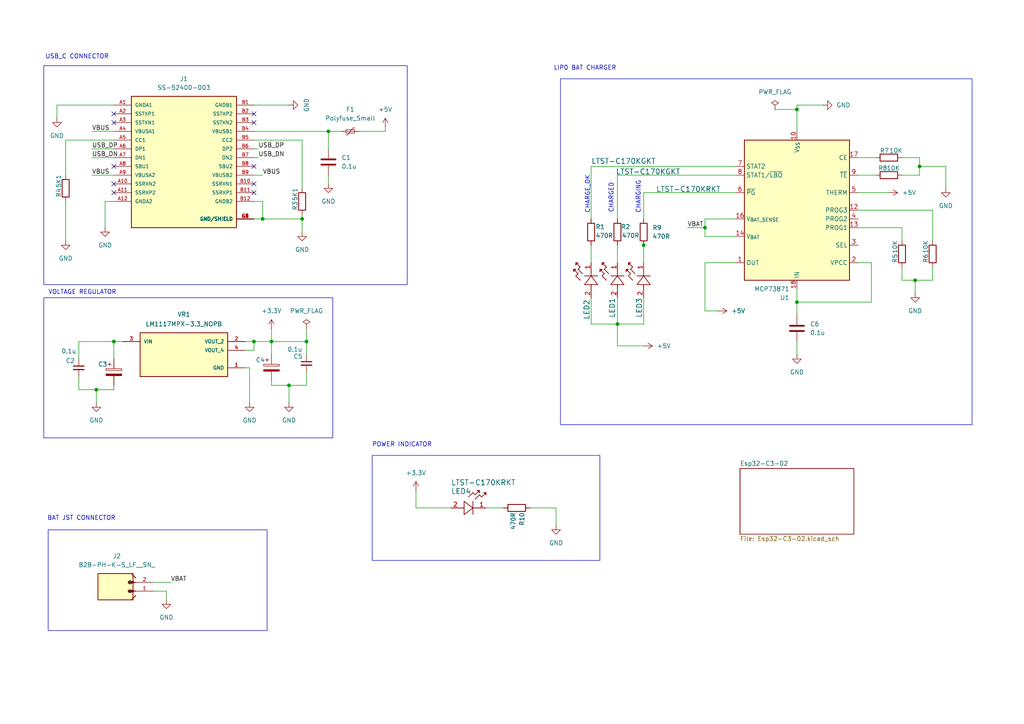
<source format=kicad_sch>
(kicad_sch (version 20250114) (generator "eeschema") (generator_version "9.0")
  (paper "A4")
  (title_block (title "IOT_BASED_PROJECT_ESP32_BOARD") (date "2025-07-01"))
  (lib_symbols
    (symbol "2025-07-01_05-07-46:LTST-C170KRKT" (pin_names (offset 0.254))
      (property "Reference" "LED" (at 5.08 -4.445 0))
      (property "Value" "LTST-C170KRKT" (at 5.08 -7.62 0))
      (symbol "LTST-C170KRKT_1_1"
        (polyline (pts (xy 2.54 0) (xy 3.4798 0)) (stroke (width 0.2032)))
        (polyline (pts (xy 3.175 0) (xy 3.81 0)) (stroke (width 0.2032)))
        (polyline (pts (xy 3.81 1.905) (xy 3.81 -1.905)) (stroke (width 0.2032)))
        (polyline (pts (xy 3.81 -1.905) (xy 6.35 0)) (stroke (width 0.2032)))
        (polyline (pts (xy 5.08 3.175) (xy 6.35 4.445)) (stroke (width 0.2032)))
        (polyline (pts (xy 6.35 4.445) (xy 6.985 3.81)) (stroke (width 0.2032)))
        (polyline (pts (xy 6.35 0) (xy 3.81 1.905)) (stroke (width 0.2032)))
        (polyline (pts (xy 6.35 0) (xy 7.62 0)) (stroke (width 0.2032)))
        (polyline (pts (xy 6.35 -1.905) (xy 6.35 1.905)) (stroke (width 0.2032)))
        (polyline (pts (xy 6.985 3.81) (xy 8.255 5.08)) (stroke (width 0.2032)))
        (polyline (pts (xy 6.985 2.54) (xy 8.255 3.81)) (stroke (width 0.2032)))
        (polyline (pts (xy 7.62 5.08) (xy 8.255 4.445)) (stroke (width 0.2032)))
        (polyline (pts (xy 8.255 5.08) (xy 7.62 5.08)) (stroke (width 0.2032)))
        (polyline (pts (xy 8.255 4.445) (xy 8.255 5.08)) (stroke (width 0.2032)))
        (polyline (pts (xy 8.255 3.81) (xy 8.89 3.175)) (stroke (width 0.2032)))
        (polyline (pts (xy 8.89 3.175) (xy 10.16 4.445)) (stroke (width 0.2032)))
        (polyline (pts (xy 9.525 4.445) (xy 10.16 3.81)) (stroke (width 0.2032)))
        (polyline (pts (xy 10.16 4.445) (xy 9.525 4.445)) (stroke (width 0.2032)))
        (polyline (pts (xy 10.16 3.81) (xy 10.16 4.445)) (stroke (width 0.2032)))
        (pin unspecified line (at 0 0 0) (length 2.54) (name "") (number "2"))
        (pin unspecified line (at 10.16 0 180) (length 2.54) (name "") (number "1"))
      )
      (symbol "LTST-C170KRKT_1_2"
        (polyline (pts (xy -5.08 8.255) (xy -5.08 7.62)) (stroke (width 0.2032)))
        (polyline (pts (xy -5.08 7.62) (xy -4.445 8.255)) (stroke (width 0.2032)))
        (polyline (pts (xy -4.445 10.16) (xy -4.445 9.525)) (stroke (width 0.2032)))
        (polyline (pts (xy -4.445 9.525) (xy -3.81 10.16)) (stroke (width 0.2032)))
        (polyline (pts (xy -4.445 8.255) (xy -5.08 8.255)) (stroke (width 0.2032)))
        (polyline (pts (xy -4.445 6.35) (xy -3.81 6.985)) (stroke (width 0.2032)))
        (polyline (pts (xy -3.81 10.16) (xy -4.445 10.16)) (stroke (width 0.2032)))
        (polyline (pts (xy -3.81 8.255) (xy -3.175 8.89)) (stroke (width 0.2032)))
        (polyline (pts (xy -3.81 6.985) (xy -5.08 8.255)) (stroke (width 0.2032)))
        (polyline (pts (xy -3.175 8.89) (xy -4.445 10.16)) (stroke (width 0.2032)))
        (polyline (pts (xy -3.175 5.08) (xy -4.445 6.35)) (stroke (width 0.2032)))
        (polyline (pts (xy -2.54 6.985) (xy -3.81 8.255)) (stroke (width 0.2032)))
        (polyline (pts (xy -1.905 3.81) (xy 1.905 3.81)) (stroke (width 0.2032)))
        (polyline (pts (xy 0 6.35) (xy -1.905 3.81)) (stroke (width 0.2032)))
        (polyline (pts (xy 0 6.35) (xy 0 7.62)) (stroke (width 0.2032)))
        (polyline (pts (xy 0 3.175) (xy 0 3.81)) (stroke (width 0.2032)))
        (polyline (pts (xy 0 2.54) (xy 0 3.4798)) (stroke (width 0.2032)))
        (polyline (pts (xy 1.905 6.35) (xy -1.905 6.35)) (stroke (width 0.2032)))
        (polyline (pts (xy 1.905 3.81) (xy 0 6.35)) (stroke (width 0.2032)))
        (pin unspecified line (at 0 10.16 270) (length 2.54) (name "") (number "1"))
        (pin unspecified line (at 0 0 90) (length 2.54) (name "") (number "2"))
      )
    )
    (symbol "2025-07-01_05-12-42:LTST-C170KGKT" (pin_names (offset 0.254))
      (property "Reference" "LED" (at 5.08 -4.445 0))
      (property "Value" "LTST-C170KGKT" (at 5.08 -7.62 0))
      (symbol "LTST-C170KGKT_1_1"
        (polyline (pts (xy 2.54 0) (xy 3.4798 0)) (stroke (width 0.2032)))
        (polyline (pts (xy 3.175 0) (xy 3.81 0)) (stroke (width 0.2032)))
        (polyline (pts (xy 3.81 1.905) (xy 3.81 -1.905)) (stroke (width 0.2032)))
        (polyline (pts (xy 3.81 -1.905) (xy 6.35 0)) (stroke (width 0.2032)))
        (polyline (pts (xy 5.08 3.175) (xy 6.35 4.445)) (stroke (width 0.2032)))
        (polyline (pts (xy 6.35 4.445) (xy 6.985 3.81)) (stroke (width 0.2032)))
        (polyline (pts (xy 6.35 0) (xy 3.81 1.905)) (stroke (width 0.2032)))
        (polyline (pts (xy 6.35 0) (xy 7.62 0)) (stroke (width 0.2032)))
        (polyline (pts (xy 6.35 -1.905) (xy 6.35 1.905)) (stroke (width 0.2032)))
        (polyline (pts (xy 6.985 3.81) (xy 8.255 5.08)) (stroke (width 0.2032)))
        (polyline (pts (xy 6.985 2.54) (xy 8.255 3.81)) (stroke (width 0.2032)))
        (polyline (pts (xy 7.62 5.08) (xy 8.255 4.445)) (stroke (width 0.2032)))
        (polyline (pts (xy 8.255 5.08) (xy 7.62 5.08)) (stroke (width 0.2032)))
        (polyline (pts (xy 8.255 4.445) (xy 8.255 5.08)) (stroke (width 0.2032)))
        (polyline (pts (xy 8.255 3.81) (xy 8.89 3.175)) (stroke (width 0.2032)))
        (polyline (pts (xy 8.89 3.175) (xy 10.16 4.445)) (stroke (width 0.2032)))
        (polyline (pts (xy 9.525 4.445) (xy 10.16 3.81)) (stroke (width 0.2032)))
        (polyline (pts (xy 10.16 4.445) (xy 9.525 4.445)) (stroke (width 0.2032)))
        (polyline (pts (xy 10.16 3.81) (xy 10.16 4.445)) (stroke (width 0.2032)))
        (pin unspecified line (at 0 0 0) (length 2.54) (name "") (number "2"))
        (pin unspecified line (at 10.16 0 180) (length 2.54) (name "") (number "1"))
      )
      (symbol "LTST-C170KGKT_1_2"
        (polyline (pts (xy -5.08 8.255) (xy -5.08 7.62)) (stroke (width 0.2032)))
        (polyline (pts (xy -5.08 7.62) (xy -4.445 8.255)) (stroke (width 0.2032)))
        (polyline (pts (xy -4.445 10.16) (xy -4.445 9.525)) (stroke (width 0.2032)))
        (polyline (pts (xy -4.445 9.525) (xy -3.81 10.16)) (stroke (width 0.2032)))
        (polyline (pts (xy -4.445 8.255) (xy -5.08 8.255)) (stroke (width 0.2032)))
        (polyline (pts (xy -4.445 6.35) (xy -3.81 6.985)) (stroke (width 0.2032)))
        (polyline (pts (xy -3.81 10.16) (xy -4.445 10.16)) (stroke (width 0.2032)))
        (polyline (pts (xy -3.81 8.255) (xy -3.175 8.89)) (stroke (width 0.2032)))
        (polyline (pts (xy -3.81 6.985) (xy -5.08 8.255)) (stroke (width 0.2032)))
        (polyline (pts (xy -3.175 8.89) (xy -4.445 10.16)) (stroke (width 0.2032)))
        (polyline (pts (xy -3.175 5.08) (xy -4.445 6.35)) (stroke (width 0.2032)))
        (polyline (pts (xy -2.54 6.985) (xy -3.81 8.255)) (stroke (width 0.2032)))
        (polyline (pts (xy -1.905 3.81) (xy 1.905 3.81)) (stroke (width 0.2032)))
        (polyline (pts (xy 0 6.35) (xy -1.905 3.81)) (stroke (width 0.2032)))
        (polyline (pts (xy 0 6.35) (xy 0 7.62)) (stroke (width 0.2032)))
        (polyline (pts (xy 0 3.175) (xy 0 3.81)) (stroke (width 0.2032)))
        (polyline (pts (xy 0 2.54) (xy 0 3.4798)) (stroke (width 0.2032)))
        (polyline (pts (xy 1.905 6.35) (xy -1.905 6.35)) (stroke (width 0.2032)))
        (polyline (pts (xy 1.905 3.81) (xy 0 6.35)) (stroke (width 0.2032)))
        (pin unspecified line (at 0 10.16 270) (length 2.54) (name "") (number "1"))
        (pin unspecified line (at 0 0 90) (length 2.54) (name "") (number "2"))
      )
    )
    (symbol "B2B-PH-K-S_LF__SN_:B2B-PH-K-S_LF__SN_" (pin_names (offset 1.016))
      (property "Reference" "J" (at -5.58 5.08 0))
      (property "Value" "B2B-PH-K-S_LF__SN_" (at -5.08 -5.08 0))
      (symbol "B2B-PH-K-S_LF__SN__0_0"
        (polyline (pts (xy -5.08 3.81) (xy -3.81 5.08)) (stroke (width 0.254)))
        (polyline (pts (xy -5.08 2.54) (xy -3.175 2.54)) (stroke (width 0.254)))
        (polyline (pts (xy -5.08 0) (xy -3.175 0)) (stroke (width 0.254)))
        (polyline (pts (xy -5.08 -1.27) (xy -3.81 -2.54)) (stroke (width 0.254)))
        (rectangle (start -4.445 2.2225) (end -2.8575 2.8575) (stroke (width 0.1)) (fill (type outline)))
        (rectangle (start -4.445 -0.3175) (end -2.8575 0.3175) (stroke (width 0.1)) (fill (type outline)))
        (rectangle (start -4.2863 -2.54) (end 5.8738 5.08) (stroke (width 0.254)) (fill (type background)))
        (pin passive line (at -10.16 2.54 0) (length 5.08) (name "1") (number "1"))
        (pin passive line (at -10.16 0 0) (length 5.08) (name "2") (number "2"))
      )
    )
    (symbol "Battery_Management:MCP73871"
      (property "Reference" "U" (at -7.62 24.13 0))
      (property "Value" "MCP73871" (at -15.24 21.59 0))
      (symbol "MCP73871_0_1"
        (rectangle (start -15.24 20.32) (end 15.24 -20.32) (stroke (width 0.254)) (fill (type background)))
      )
      (symbol "MCP73871_1_1"
        (pin input line (at -17.78 15.24 0) (length 2.54) (name "VPCC") (number "2"))
        (pin input line (at -17.78 10.16 0) (length 2.54) (name "SEL") (number "3"))
        (pin bidirectional line (at -17.78 5.08 0) (length 2.54) (name "PROG1") (number "13"))
        (pin input line (at -17.78 2.54 0) (length 2.54) (name "PROG2") (number "4"))
        (pin bidirectional line (at -17.78 0 0) (length 2.54) (name "PROG3") (number "12"))
        (pin bidirectional line (at -17.78 -5.08 0) (length 2.54) (name "THERM") (number "5"))
        (pin input line (at -17.78 -10.16 0) (length 2.54) (name "~{TE}") (number "9"))
        (pin input line (at -17.78 -15.24 0) (length 2.54) (name "CE") (number "17"))
        (pin power_in line (at 0 22.86 270) (length 2.54) (name "IN") (number "18"))
        (pin passive line (at 0 22.86 270) (length 2.54) (hide yes) (name "IN") (number "19"))
        (pin power_in line (at 0 -22.86 90) (length 2.54) (name "V_{SS}") (number "10"))
        (pin passive line (at 0 -22.86 90) (length 2.54) (hide yes) (name "V_{SS}") (number "11"))
        (pin passive line (at 0 -22.86 90) (length 2.54) (hide yes) (name "V_{SS}") (number "21"))
        (pin power_out line (at 17.78 15.24 180) (length 2.54) (name "OUT") (number "1"))
        (pin passive line (at 17.78 15.24 180) (length 2.54) (hide yes) (name "OUT") (number "20"))
        (pin power_out line (at 17.78 7.62 180) (length 2.54) (name "V_{BAT}") (number "14"))
        (pin passive line (at 17.78 7.62 180) (length 2.54) (hide yes) (name "V_{BAT}") (number "15"))
        (pin input line (at 17.78 2.54 180) (length 2.54) (name "V_{BAT_SENSE}") (number "16"))
        (pin open_collector line (at 17.78 -5.08 180) (length 2.54) (name "~{PG}") (number "6"))
        (pin open_collector line (at 17.78 -10.16 180) (length 2.54) (name "STAT1/~{LBO}") (number "8"))
        (pin open_collector line (at 17.78 -12.7 180) (length 2.54) (name "STAT2") (number "7"))
      )
    )
    (symbol "Device:C" (pin_numbers (hide yes)) (pin_names (offset 0.254))
      (property "Reference" "C" (at 0.635 2.54 0))
      (property "Value" "C" (at 0.635 -2.54 0))
      (symbol "C_0_1"
        (polyline (pts (xy -2.032 0.762) (xy 2.032 0.762)) (stroke (width 0.508)))
        (polyline (pts (xy -2.032 -0.762) (xy 2.032 -0.762)) (stroke (width 0.508)))
      )
      (symbol "C_1_1"
        (pin passive line (at 0 3.81 270) (length 2.794) (name "~") (number "1"))
        (pin passive line (at 0 -3.81 90) (length 2.794) (name "~") (number "2"))
      )
    )
    (symbol "Device:C_Polarized" (pin_numbers (hide yes)) (pin_names (offset 0.254))
      (property "Reference" "C" (at 0.635 2.54 0))
      (property "Value" "C_Polarized" (at 0.635 -2.54 0))
      (symbol "C_Polarized_0_1"
        (rectangle (start -2.286 0.508) (end 2.286 1.016))
        (polyline (pts (xy -1.778 2.286) (xy -0.762 2.286)))
        (polyline (pts (xy -1.27 2.794) (xy -1.27 1.778)))
        (rectangle (start 2.286 -0.508) (end -2.286 -1.016) (fill (type outline)))
      )
      (symbol "C_Polarized_1_1"
        (pin passive line (at 0 3.81 270) (length 2.794) (name "~") (number "1"))
        (pin passive line (at 0 -3.81 90) (length 2.794) (name "~") (number "2"))
      )
    )
    (symbol "Device:C_Small" (pin_numbers (hide yes)) (pin_names (offset 0.254) (hide yes))
      (property "Reference" "C" (at 0.254 1.778 0))
      (property "Value" "C_Small" (at 0.254 -2.032 0))
      (symbol "C_Small_0_1"
        (polyline (pts (xy -1.524 0.508) (xy 1.524 0.508)) (stroke (width 0.3048)))
        (polyline (pts (xy -1.524 -0.508) (xy 1.524 -0.508)) (stroke (width 0.3302)))
      )
      (symbol "C_Small_1_1"
        (pin passive line (at 0 2.54 270) (length 2.032) (name "~") (number "1"))
        (pin passive line (at 0 -2.54 90) (length 2.032) (name "~") (number "2"))
      )
    )
    (symbol "Device:Polyfuse_Small" (pin_numbers (hide yes)) (pin_names (offset 0))
      (property "Reference" "F" (at -1.905 0 90))
      (property "Value" "Polyfuse_Small" (at 1.905 0 90))
      (symbol "Polyfuse_Small_0_1"
        (polyline (pts (xy -1.016 1.27) (xy -1.016 0.762) (xy 1.016 -0.762) (xy 1.016 -1.27)))
        (rectangle (start -0.508 1.27) (end 0.508 -1.27))
        (polyline (pts (xy 0 2.54) (xy 0 -2.54)))
      )
      (symbol "Polyfuse_Small_1_1"
        (pin passive line (at 0 2.54 270) (length 0.635) (name "~") (number "1"))
        (pin passive line (at 0 -2.54 90) (length 0.635) (name "~") (number "2"))
      )
    )
    (symbol "Device:R" (pin_numbers (hide yes)) (pin_names (offset 0))
      (property "Reference" "R" (at 2.032 0 90))
      (property "Value" "R" (at 0 0 90))
      (symbol "R_0_1"
        (rectangle (start -1.016 -2.54) (end 1.016 2.54) (stroke (width 0.254)))
      )
      (symbol "R_1_1"
        (pin passive line (at 0 3.81 270) (length 1.27) (name "~") (number "1"))
        (pin passive line (at 0 -3.81 90) (length 1.27) (name "~") (number "2"))
      )
    )
    (symbol "LM1117MPX-3.3_NOPB:LM1117MPX-3.3_NOPB" (pin_names (offset 1.016))
      (property "Reference" "VR" (at -12.7 6.08 0))
      (property "Value" "LM1117MPX-3.3_NOPB" (at -12.7 -9.08 0))
      (symbol "LM1117MPX-3.3_NOPB_0_0"
        (rectangle (start -12.7 -7.62) (end 12.7 5.08) (stroke (width 0.254)) (fill (type background)))
        (pin input line (at -17.78 2.54 0) (length 5.08) (name "VIN") (number "3"))
        (pin output line (at 17.78 2.54 180) (length 5.08) (name "VOUT_2") (number "2"))
        (pin output line (at 17.78 0 180) (length 5.08) (name "VOUT_4") (number "4"))
        (pin power_in line (at 17.78 -5.08 180) (length 5.08) (name "GND") (number "1"))
      )
    )
    (symbol "SS-52400-003:SS-52400-003" (pin_names (offset 1.016))
      (property "Reference" "J" (at -15.24 19.05 0))
      (property "Value" "SS-52400-003" (at -15.24 -22.86 0))
      (symbol "SS-52400-003_0_0"
        (rectangle (start -15.24 -20.32) (end 15.24 17.78) (stroke (width 0.254)) (fill (type background)))
        (pin power_in line (at -20.32 15.24 0) (length 5.08) (name "GNDA1") (number "A1"))
        (pin bidirectional line (at -20.32 12.7 0) (length 5.08) (name "SSTXP1") (number "A2"))
        (pin bidirectional line (at -20.32 10.16 0) (length 5.08) (name "SSTXN1") (number "A3"))
        (pin power_in line (at -20.32 7.62 0) (length 5.08) (name "VBUSA1") (number "A4"))
        (pin bidirectional line (at -20.32 5.08 0) (length 5.08) (name "CC1") (number "A5"))
        (pin bidirectional line (at -20.32 2.54 0) (length 5.08) (name "DP1") (number "A6"))
        (pin bidirectional line (at -20.32 0 0) (length 5.08) (name "DN1") (number "A7"))
        (pin bidirectional line (at -20.32 -2.54 0) (length 5.08) (name "SBU1") (number "A8"))
        (pin power_in line (at -20.32 -5.08 0) (length 5.08) (name "VBUSA2") (number "A9"))
        (pin bidirectional line (at -20.32 -7.62 0) (length 5.08) (name "SSRXN2") (number "A10"))
        (pin bidirectional line (at -20.32 -10.16 0) (length 5.08) (name "SSRXP2") (number "A11"))
        (pin power_in line (at -20.32 -12.7 0) (length 5.08) (name "GNDA2") (number "A12"))
        (pin power_in line (at 20.32 15.24 180) (length 5.08) (name "GNDB1") (number "B1"))
        (pin bidirectional line (at 20.32 12.7 180) (length 5.08) (name "SSTXP2") (number "B2"))
        (pin bidirectional line (at 20.32 10.16 180) (length 5.08) (name "SSTXN2") (number "B3"))
        (pin power_in line (at 20.32 7.62 180) (length 5.08) (name "VBUSB1") (number "B4"))
        (pin bidirectional line (at 20.32 5.08 180) (length 5.08) (name "CC2") (number "B5"))
        (pin bidirectional line (at 20.32 2.54 180) (length 5.08) (name "DP2") (number "B6"))
        (pin bidirectional line (at 20.32 0 180) (length 5.08) (name "DN2") (number "B7"))
        (pin bidirectional line (at 20.32 -2.54 180) (length 5.08) (name "SBU2") (number "B8"))
        (pin power_in line (at 20.32 -5.08 180) (length 5.08) (name "VBUSB2") (number "B9"))
        (pin bidirectional line (at 20.32 -7.62 180) (length 5.08) (name "SSRXN1") (number "B10"))
        (pin bidirectional line (at 20.32 -10.16 180) (length 5.08) (name "SSRXP1") (number "B11"))
        (pin power_in line (at 20.32 -12.7 180) (length 5.08) (name "GNDB2") (number "B12"))
        (pin power_in line (at 20.32 -17.78 180) (length 5.08) (name "GND/SHIELD") (number "G1"))
        (pin power_in line (at 20.32 -17.78 180) (length 5.08) (name "GND/SHIELD") (number "G2"))
        (pin power_in line (at 20.32 -17.78 180) (length 5.08) (name "GND/SHIELD") (number "G3"))
        (pin power_in line (at 20.32 -17.78 180) (length 5.08) (name "GND/SHIELD") (number "G4"))
        (pin power_in line (at 20.32 -17.78 180) (length 5.08) (name "GND/SHIELD") (number "S1"))
        (pin power_in line (at 20.32 -17.78 180) (length 5.08) (name "GND/SHIELD") (number "S2"))
        (pin power_in line (at 20.32 -17.78 180) (length 5.08) (name "GND/SHIELD") (number "S3"))
        (pin power_in line (at 20.32 -17.78 180) (length 5.08) (name "GND/SHIELD") (number "S4"))
      )
    )
    (symbol "power:+3.3V" (power) (pin_numbers (hide yes)) (pin_names (offset 0) (hide yes))
      (property "Value" "+3.3V" (at 0 3.556 0))
      (symbol "+3.3V_0_1"
        (polyline (pts (xy -0.762 1.27) (xy 0 2.54)))
        (polyline (pts (xy 0 2.54) (xy 0.762 1.27)))
        (polyline (pts (xy 0 0) (xy 0 2.54)))
      )
      (symbol "+3.3V_1_1"
        (pin power_in line (at 0 0 90) (length 0) (name "~") (number "1"))
      )
    )
    (symbol "power:+5V" (power) (pin_numbers (hide yes)) (pin_names (offset 0) (hide yes))
      (property "Value" "+5V" (at 0 3.556 0))
      (symbol "+5V_0_1"
        (polyline (pts (xy -0.762 1.27) (xy 0 2.54)))
        (polyline (pts (xy 0 2.54) (xy 0.762 1.27)))
        (polyline (pts (xy 0 0) (xy 0 2.54)))
      )
      (symbol "+5V_1_1"
        (pin power_in line (at 0 0 90) (length 0) (name "~") (number "1"))
      )
    )
    (symbol "power:GND" (power) (pin_numbers (hide yes)) (pin_names (offset 0) (hide yes))
      (property "Value" "GND" (at 0 -3.81 0))
      (symbol "GND_0_1"
        (polyline (pts (xy 0 0) (xy 0 -1.27) (xy 1.27 -1.27) (xy 0 -2.54) (xy -1.27 -1.27) (xy 0 -1.27)))
      )
      (symbol "GND_1_1"
        (pin power_in line (at 0 0 270) (length 0) (name "~") (number "1"))
      )
    )
    (symbol "power:PWR_FLAG" (power) (pin_numbers (hide yes)) (pin_names (offset 0) (hide yes))
      (property "Value" "PWR_FLAG" (at 0 3.81 0))
      (symbol "PWR_FLAG_0_0"
        (pin power_out line (at 0 0 90) (length 0) (name "~") (number "1"))
      )
      (symbol "PWR_FLAG_0_1"
        (polyline (pts (xy 0 0) (xy 0 1.27) (xy -1.016 1.905) (xy 0 2.54) (xy 1.016 1.905) (xy 0 1.27)))
      )
    )
  )
  (rectangle (start 13.97 153.67) (end 77.47 182.88))
  (rectangle (start 162.56 22.86) (end 281.94 123.19))
  (rectangle (start 12.7 19.05) (end 118.11 82.55))
  (rectangle (start 107.95 132.08) (end 173.99 162.56))
  (rectangle (start 12.7 86.36) (end 96.52 127))
  (text "LIP0 BAT CHARGER\n" (at 169.672 19.812 0) (effects (font (size 1.27 1.27))))
  (text "CHARGE_OK\n" (at 170.434 56.388 90) (effects (font (size 1.27 1.27))))
  (text "CHARGED\n" (at 177.292 57.404 90) (effects (font (size 1.27 1.27))))
  (text "BAT JST CONNECTOR\n" (at 23.622 150.368 0) (effects (font (size 1.27 1.27))))
  (text "VOLTAGE REGULATOR\n" (at 23.876 84.836 0) (effects (font (size 1.27 1.27))))
  (text "POWER INDICATOR\n" (at 116.586 129.032 0) (effects (font (size 1.27 1.27))))
  (text "CHARGING\n" (at 185.166 57.15 90) (effects (font (size 1.27 1.27))))
  (text "USB_C CONNECTOR\n" (at 22.352 16.51 0) (effects (font (size 1.27 1.27))))
  (junction (at 76.2 63.5))
  (junction (at 95.25 38.1))
  (junction (at 265.43 81.28))
  (junction (at 27.94 113.03))
  (junction (at 73.66 99.06))
  (junction (at 78.74 99.06))
  (junction (at 231.14 87.63))
  (junction (at 83.82 111.76))
  (junction (at 179.07 93.98))
  (junction (at 231.14 31.75))
  (junction (at 186.69 71.12))
  (junction (at 87.63 63.5))
  (junction (at 33.02 99.06))
  (junction (at 88.9 99.06))
  (junction (at 266.7 48.26))
  (junction (at 204.47 66.04))
  (no_connect (at 33.02 55.88))
  (no_connect (at 33.02 35.56))
  (no_connect (at 73.66 48.26))
  (no_connect (at 73.66 35.56))
  (no_connect (at 73.66 55.88))
  (no_connect (at 33.02 33.02))
  (no_connect (at 33.02 48.26))
  (no_connect (at 33.02 53.34))
  (no_connect (at 73.66 53.34))
  (no_connect (at 73.66 33.02))
  (wire (pts (xy 78.74 99.06) (xy 78.74 102.87)))
  (wire (pts (xy 71.12 99.06) (xy 73.66 99.06)))
  (wire (pts (xy 48.26 171.45) (xy 48.26 173.99)))
  (wire (pts (xy 171.45 71.12) (xy 171.45 76.2)))
  (wire (pts (xy 270.51 69.85) (xy 270.51 60.96)))
  (wire (pts (xy 78.74 99.06) (xy 88.9 99.06)))
  (wire (pts (xy 71.12 101.6) (xy 73.66 101.6)))
  (wire (pts (xy 231.14 38.1) (xy 231.14 31.75)))
  (wire (pts (xy 204.47 63.5) (xy 204.47 66.04)))
  (wire (pts (xy 73.66 50.8) (xy 76.2 50.8)))
  (wire (pts (xy 179.07 63.5) (xy 179.07 50.8)))
  (wire (pts (xy 186.69 71.12) (xy 186.69 76.2)))
  (wire (pts (xy 87.63 54.61) (xy 87.63 40.64)))
  (wire (pts (xy 261.62 77.47) (xy 261.62 81.28)))
  (wire (pts (xy 44.45 171.45) (xy 48.26 171.45)))
  (wire (pts (xy 266.7 45.72) (xy 266.7 48.26)))
  (wire (pts (xy 22.86 109.22) (xy 22.86 113.03)))
  (wire (pts (xy 76.2 63.5) (xy 87.63 63.5)))
  (wire (pts (xy 33.02 104.14) (xy 33.02 99.06)))
  (wire (pts (xy 274.32 54.61) (xy 274.32 48.26)))
  (wire (pts (xy 204.47 66.04) (xy 204.47 68.58)))
  (wire (pts (xy 266.7 48.26) (xy 266.7 50.8)))
  (wire (pts (xy 252.73 87.63) (xy 231.14 87.63)))
  (wire (pts (xy 30.48 66.04) (xy 30.48 58.42)))
  (wire (pts (xy 171.45 93.98) (xy 179.07 93.98)))
  (wire (pts (xy 248.92 66.04) (xy 261.62 66.04)))
  (wire (pts (xy 261.62 50.8) (xy 266.7 50.8)))
  (wire (pts (xy 83.82 111.76) (xy 88.9 111.76)))
  (wire (pts (xy 265.43 81.28) (xy 270.51 81.28)))
  (wire (pts (xy 22.86 113.03) (xy 27.94 113.03)))
  (wire (pts (xy 73.66 99.06) (xy 78.74 99.06)))
  (wire (pts (xy 33.02 113.03) (xy 33.02 111.76)))
  (wire (pts (xy 26.67 50.8) (xy 33.02 50.8)))
  (wire (pts (xy 171.45 86.36) (xy 171.45 93.98)))
  (wire (pts (xy 87.63 63.5) (xy 87.63 67.31)))
  (wire (pts (xy 179.07 86.36) (xy 179.07 93.98)))
  (wire (pts (xy 88.9 107.95) (xy 88.9 111.76)))
  (wire (pts (xy 111.76 36.83) (xy 111.76 38.1)))
  (wire (pts (xy 204.47 90.17) (xy 208.28 90.17)))
  (wire (pts (xy 261.62 45.72) (xy 266.7 45.72)))
  (wire (pts (xy 44.45 168.91) (xy 49.53 168.91)))
  (wire (pts (xy 204.47 76.2) (xy 204.47 90.17)))
  (wire (pts (xy 171.45 48.26) (xy 213.36 48.26)))
  (wire (pts (xy 87.63 62.23) (xy 87.63 63.5)))
  (wire (pts (xy 224.79 31.75) (xy 231.14 31.75)))
  (wire (pts (xy 171.45 63.5) (xy 171.45 48.26)))
  (wire (pts (xy 231.14 31.75) (xy 231.14 30.48)))
  (wire (pts (xy 27.94 113.03) (xy 27.94 116.84)))
  (wire (pts (xy 161.29 147.32) (xy 161.29 152.4)))
  (wire (pts (xy 71.12 106.68) (xy 72.39 106.68)))
  (wire (pts (xy 270.51 77.47) (xy 270.51 81.28)))
  (wire (pts (xy 153.67 147.32) (xy 161.29 147.32)))
  (wire (pts (xy 95.25 50.8) (xy 95.25 53.34)))
  (wire (pts (xy 199.39 66.04) (xy 204.47 66.04)))
  (wire (pts (xy 104.14 38.1) (xy 111.76 38.1)))
  (wire (pts (xy 179.07 50.8) (xy 213.36 50.8)))
  (wire (pts (xy 26.67 45.72) (xy 33.02 45.72)))
  (wire (pts (xy 73.66 30.48) (xy 83.82 30.48)))
  (wire (pts (xy 22.86 99.06) (xy 33.02 99.06)))
  (wire (pts (xy 186.69 69.85) (xy 186.69 71.12)))
  (wire (pts (xy 74.93 45.72) (xy 73.66 45.72)))
  (wire (pts (xy 78.74 111.76) (xy 78.74 110.49)))
  (wire (pts (xy 33.02 99.06) (xy 35.56 99.06)))
  (wire (pts (xy 179.07 93.98) (xy 179.07 100.33)))
  (wire (pts (xy 19.05 40.64) (xy 19.05 50.8)))
  (wire (pts (xy 231.14 99.06) (xy 231.14 102.87)))
  (wire (pts (xy 95.25 38.1) (xy 95.25 43.18)))
  (wire (pts (xy 231.14 87.63) (xy 231.14 91.44)))
  (wire (pts (xy 72.39 106.68) (xy 72.39 116.84)))
  (wire (pts (xy 204.47 76.2) (xy 213.36 76.2)))
  (wire (pts (xy 120.65 142.24) (xy 120.65 147.32)))
  (wire (pts (xy 16.51 34.29) (xy 16.51 30.48)))
  (wire (pts (xy 231.14 30.48) (xy 238.76 30.48)))
  (wire (pts (xy 73.66 38.1) (xy 95.25 38.1)))
  (wire (pts (xy 78.74 95.25) (xy 78.74 99.06)))
  (wire (pts (xy 22.86 104.14) (xy 22.86 99.06)))
  (wire (pts (xy 88.9 102.87) (xy 88.9 99.06)))
  (wire (pts (xy 213.36 63.5) (xy 204.47 63.5)))
  (wire (pts (xy 248.92 55.88) (xy 257.81 55.88)))
  (wire (pts (xy 248.92 45.72) (xy 254 45.72)))
  (wire (pts (xy 95.25 38.1) (xy 99.06 38.1)))
  (wire (pts (xy 74.93 43.18) (xy 73.66 43.18)))
  (wire (pts (xy 73.66 40.64) (xy 87.63 40.64)))
  (wire (pts (xy 248.92 50.8) (xy 254 50.8)))
  (wire (pts (xy 261.62 81.28) (xy 265.43 81.28)))
  (wire (pts (xy 30.48 58.42) (xy 33.02 58.42)))
  (wire (pts (xy 19.05 58.42) (xy 19.05 69.85)))
  (wire (pts (xy 26.67 38.1) (xy 33.02 38.1)))
  (wire (pts (xy 19.05 40.64) (xy 33.02 40.64)))
  (wire (pts (xy 27.94 113.03) (xy 33.02 113.03)))
  (wire (pts (xy 252.73 76.2) (xy 252.73 87.63)))
  (wire (pts (xy 248.92 60.96) (xy 270.51 60.96)))
  (wire (pts (xy 186.69 63.5) (xy 186.69 55.88)))
  (wire (pts (xy 186.69 55.88) (xy 213.36 55.88)))
  (wire (pts (xy 140.97 147.32) (xy 146.05 147.32)))
  (wire (pts (xy 73.66 58.42) (xy 76.2 58.42)))
  (wire (pts (xy 120.65 147.32) (xy 130.81 147.32)))
  (wire (pts (xy 16.51 30.48) (xy 33.02 30.48)))
  (wire (pts (xy 73.66 99.06) (xy 73.66 101.6)))
  (wire (pts (xy 186.69 86.36) (xy 186.69 93.98)))
  (wire (pts (xy 76.2 58.42) (xy 76.2 63.5)))
  (wire (pts (xy 261.62 69.85) (xy 261.62 66.04)))
  (wire (pts (xy 83.82 111.76) (xy 83.82 116.84)))
  (wire (pts (xy 248.92 76.2) (xy 252.73 76.2)))
  (wire (pts (xy 73.66 63.5) (xy 76.2 63.5)))
  (wire (pts (xy 179.07 93.98) (xy 186.69 93.98)))
  (wire (pts (xy 265.43 81.28) (xy 265.43 85.09)))
  (wire (pts (xy 179.07 71.12) (xy 179.07 76.2)))
  (wire (pts (xy 78.74 111.76) (xy 83.82 111.76)))
  (wire (pts (xy 204.47 68.58) (xy 213.36 68.58)))
  (wire (pts (xy 266.7 48.26) (xy 274.32 48.26)))
  (wire (pts (xy 26.67 43.18) (xy 33.02 43.18)))
  (wire (pts (xy 231.14 83.82) (xy 231.14 87.63)))
  (wire (pts (xy 179.07 100.33) (xy 186.69 100.33)))
  (wire (pts (xy 88.9 95.25) (xy 88.9 99.06)))
  (label "USB_DN" (at 26.67 45.72 0))
  (label "USB_DN" (at 74.93 45.72 0))
  (label "VBUS" (at 26.67 38.1 0))
  (label "VBAT" (at 49.53 168.91 0))
  (label "VBAT" (at 199.39 66.04 0))
  (label "USB_DP" (at 74.93 43.18 0))
  (label "VBUS" (at 26.67 50.8 0))
  (label "VBUS" (at 76.2 50.8 0))
  (label "USB_DP" (at 26.67 43.18 0))
  (symbol (lib_id "Device:R") (at 257.81 45.72 90) (unit 1)
    (property "Reference" "R7" (at 256.54 43.688 90))
    (property "Value" "10K" (at 259.842 43.688 90))
    (property "Description" "Resistor" (effects (hide yes)))
  )
  (symbol (lib_id "2025-07-01_05-12-42:LTST-C170KGKT") (at 179.07 86.36 90) (unit 1)
    (property "Reference" "LED1" (at 177.546 92.202 0) (effects (font (size 1.524 1.524)) (justify left)))
    (property "Value" "LTST-C170KGKT" (at 197.358 49.784 90) (effects (font (size 1.524 1.524)) (justify left)))
    (property "Footprint" "LED_LTST-C170KGKT_LTO" (effects (hide yes)))
    (property "Datasheet" "LTST-C170KGKT" (effects (hide yes)))
  )
  (symbol (lib_id "power:GND") (at 83.82 116.84 0) (unit 1)
    (property "Reference" "#PWR013" (effects (hide yes)))
    (property "Value" "GND" (at 83.82 121.92 0))
    (property "Description" "Power symbol creates a global label with name \"GND\" , ground" (effects (hide yes)))
  )
  (symbol (lib_id "power:GND") (at 30.48 66.04 0) (unit 1)
    (property "Reference" "#PWR05" (effects (hide yes)))
    (property "Value" "GND" (at 30.48 71.12 0))
    (property "Description" "Power symbol creates a global label with name \"GND\" , ground" (effects (hide yes)))
  )
  (symbol (lib_id "power:+3.3V") (at 120.65 142.24 0) (unit 1)
    (property "Reference" "#PWR019" (effects (hide yes)))
    (property "Value" "+3.3V" (at 120.65 137.16 0))
    (property "Description" "Power symbol creates a global label with name \"+3.3V\"" (effects (hide yes)))
  )
  (symbol (lib_id "power:GND") (at 72.39 116.84 0) (unit 1)
    (property "Reference" "#PWR014" (effects (hide yes)))
    (property "Value" "GND" (at 72.39 121.92 0))
    (property "Description" "Power symbol creates a global label with name \"GND\" , ground" (effects (hide yes)))
  )
  (symbol (lib_id "power:+5V") (at 111.76 36.83 0) (unit 1)
    (property "Reference" "#PWR015" (effects (hide yes)))
    (property "Value" "+5V" (at 111.76 31.75 0))
    (property "Description" "Power symbol creates a global label with name \"+5V\"" (effects (hide yes)))
  )
  (symbol (lib_id "power:+5V") (at 257.81 55.88 270) (unit 1)
    (property "Reference" "#PWR016" (effects (hide yes)))
    (property "Value" "+5V" (at 261.62 55.8799 90) (effects (justify left)))
    (property "Description" "Power symbol creates a global label with name \"+5V\"" (effects (hide yes)))
  )
  (symbol (lib_id "power:+3.3V") (at 78.74 95.25 0) (unit 1)
    (property "Reference" "#PWR012" (effects (hide yes)))
    (property "Value" "+3.3V" (at 78.74 90.17 0))
    (property "Description" "Power symbol creates a global label with name \"+3.3V\"" (effects (hide yes)))
  )
  (symbol (lib_id "Device:C_Small") (at 88.9 105.41 0) (unit 1)
    (property "Reference" "C5" (at 85.09 103.378 0) (effects (justify left)))
    (property "Value" "0.1u" (at 83.312 101.346 0) (effects (justify left)))
    (property "Description" "Unpolarized capacitor, small symbol" (effects (hide yes)))
  )
  (symbol (lib_id "power:GND") (at 161.29 152.4 0) (unit 1)
    (property "Reference" "#PWR018" (effects (hide yes)))
    (property "Value" "GND" (at 161.29 157.48 0))
    (property "Description" "Power symbol creates a global label with name \"GND\" , ground" (effects (hide yes)))
  )
  (symbol (lib_id "SS-52400-003:SS-52400-003") (at 53.34 45.72 0) (unit 1)
    (property "Reference" "J1" (at 53.34 22.86 0))
    (property "Value" "SS-52400-003" (at 53.34 25.4 0))
    (property "Footprint" "Connector_USB:BELFUSE_SS-52400-003" (effects (hide yes)))
    (property "MF" "Stewart Connector" (effects (hide yes)))
    (property "MAXIMUM_PACKAGE_HEIGHT" "2.96 mm" (effects (hide yes)))
    (property "Package" "None" (effects (hide yes)))
    (property "Price" "None" (effects (hide yes)))
    (property "Check_prices" "https://www.snapeda.com/parts/SS-52400-003/Stewart+Connector/view-part/?ref=eda" (effects (hide yes)))
    (property "STANDARD" "Manufacturer Recommendations" (effects (hide yes)))
    (property "PARTREV" "A0" (effects (hide yes)))
    (property "SnapEDA_Link" "https://www.snapeda.com/parts/SS-52400-003/Stewart+Connector/view-part/?ref=snap" (effects (hide yes)))
    (property "MP" "SS-52400-003" (effects (hide yes)))
    (property "Description_1" "USB Type-C Connector | USB 3.1 | 1 Port | Right Angle Receptacle | Shielded | 0.063 in (1.60mm) PCB Thickness" (effects (hide yes)))
    (property "Availability" "In Stock" (effects (hide yes)))
    (property "MANUFACTURER" "BelFuse" (effects (hide yes)))
  )
  (symbol (lib_id "power:PWR_FLAG") (at 88.9 95.25 0) (unit 1)
    (property "Reference" "#FLG02" (effects (hide yes)))
    (property "Value" "PWR_FLAG" (at 88.9 90.17 0))
    (property "Description" "Special symbol for telling ERC where power comes from" (effects (hide yes)))
  )
  (symbol (lib_id "B2B-PH-K-S_LF__SN_:B2B-PH-K-S_LF__SN_") (at 34.29 168.91 180) (unit 1)
    (property "Reference" "J2" (at 33.8931 161.29 0))
    (property "Value" "B2B-PH-K-S_LF__SN_" (at 33.8931 163.83 0))
    (property "Footprint" "B2B-PH-K-S_LF__SN_:JST_B2B-PH-K-S_LF__SN_" (effects (hide yes)))
    (property "MF" "JST" (effects (hide yes)))
    (property "Description_1" "2.0 mm pitch/Disconnectable Crimp style connectors" (effects (hide yes)))
    (property "Package" "None" (effects (hide yes)))
    (property "Price" "None" (effects (hide yes)))
    (property "Check_prices" "https://www.snapeda.com/parts/B2B-PH-K-S(LF)(SN)/JST/view-part/?ref=eda" (effects (hide yes)))
    (property "SnapEDA_Link" "https://www.snapeda.com/parts/B2B-PH-K-S(LF)(SN)/JST/view-part/?ref=snap" (effects (hide yes)))
    (property "MP" "B2B-PH-K-S(LF)(SN)" (effects (hide yes)))
    (property "Availability" "In Stock" (effects (hide yes)))
    (property "MANUFACTURER" "JST" (effects (hide yes)))
  )
  (symbol (lib_id "LM1117MPX-3.3_NOPB:LM1117MPX-3.3_NOPB") (at 53.34 101.6 0) (unit 1)
    (property "Reference" "VR1" (at 53.34 91.186 0))
    (property "Value" "LM1117MPX-3.3_NOPB" (at 53.34 93.98 0))
    (property "Footprint" "LM1117MPX-3.3_NOPB:VREG_LM1117MPX-3.3_NOPB" (effects (hide yes)))
    (property "PARTREV" "O" (effects (hide yes)))
    (property "STANDARD" "Manufacturer Recommendation" (effects (hide yes)))
    (property "MAXIMUM_PACKAGE_HEIGHT" "1.80 mm" (effects (hide yes)))
    (property "MANUFACTURER" "Texas Instruments" (effects (hide yes)))
  )
  (symbol (lib_id "power:GND") (at 27.94 116.84 0) (unit 1)
    (property "Reference" "#PWR011" (effects (hide yes)))
    (property "Value" "GND" (at 27.94 121.92 0))
    (property "Description" "Power symbol creates a global label with name \"GND\" , ground" (effects (hide yes)))
  )
  (symbol (lib_id "power:+5V") (at 208.28 90.17 270) (unit 1)
    (property "Reference" "#PWR021" (effects (hide yes)))
    (property "Value" "+5V" (at 212.09 90.1699 90) (effects (justify left)))
    (property "Description" "Power symbol creates a global label with name \"+5V\"" (effects (hide yes)))
  )
  (symbol (lib_id "Device:C") (at 95.25 46.99 0) (unit 1)
    (property "Reference" "C1" (at 99.06 45.7199 0) (effects (justify left)))
    (property "Value" "0.1u" (at 99.06 48.2599 0) (effects (justify left)))
    (property "Description" "Unpolarized capacitor" (effects (hide yes)))
  )
  (symbol (lib_id "power:GND") (at 238.76 30.48 90) (unit 1)
    (property "Reference" "#PWR09" (effects (hide yes)))
    (property "Value" "GND" (at 242.57 30.4799 90) (effects (justify right)))
    (property "Description" "Power symbol creates a global label with name \"GND\" , ground" (effects (hide yes)))
  )
  (symbol (lib_id "2025-07-01_05-07-46:LTST-C170KRKT") (at 130.81 147.32 0) (unit 1)
    (property "Reference" "LED4" (at 130.81 142.494 0) (effects (font (size 1.524 1.524)) (justify left)))
    (property "Value" "LTST-C170KRKT" (at 130.81 139.954 0) (effects (font (size 1.524 1.524)) (justify left)))
    (property "Footprint" "LED_LTST-C170KRKT_LTO" (effects (hide yes)))
    (property "Datasheet" "LTST-C170KRKT" (effects (hide yes)))
  )
  (symbol (lib_id "Device:R") (at 261.62 73.66 180) (unit 1)
    (property "Reference" "R5" (at 259.588 74.93 90))
    (property "Value" "10K" (at 259.588 71.628 90))
    (property "Description" "Resistor" (effects (hide yes)))
  )
  (symbol (lib_id "Device:Polyfuse_Small") (at 101.6 38.1 90) (unit 1)
    (property "Reference" "F1" (at 101.6 31.75 90))
    (property "Value" "Polyfuse_Small" (at 101.6 34.29 90))
    (property "Description" "Resettable fuse, polymeric positive temperature coefficient, small symbol" (effects (hide yes)))
  )
  (symbol (lib_id "power:PWR_FLAG") (at 224.79 31.75 0) (unit 1)
    (property "Reference" "#FLG01" (effects (hide yes)))
    (property "Value" "PWR_FLAG" (at 224.79 26.67 0))
    (property "Description" "Special symbol for telling ERC where power comes from" (effects (hide yes)))
  )
  (symbol (lib_id "power:+5V") (at 186.69 100.33 270) (unit 1)
    (property "Reference" "#PWR017" (effects (hide yes)))
    (property "Value" "+5V" (at 190.5 100.3299 90) (effects (justify left)))
    (property "Description" "Power symbol creates a global label with name \"+5V\"" (effects (hide yes)))
  )
  (symbol (lib_id "power:GND") (at 231.14 102.87 0) (unit 1)
    (property "Reference" "#PWR010" (effects (hide yes)))
    (property "Value" "GND" (at 231.14 107.95 0))
    (property "Description" "Power symbol creates a global label with name \"GND\" , ground" (effects (hide yes)))
  )
  (symbol (lib_id "power:GND") (at 16.51 34.29 0) (unit 1)
    (property "Reference" "#PWR06" (effects (hide yes)))
    (property "Value" "GND" (at 16.51 39.37 0))
    (property "Description" "Power symbol creates a global label with name \"GND\" , ground" (effects (hide yes)))
  )
  (symbol (lib_id "power:GND") (at 95.25 53.34 0) (unit 1)
    (property "Reference" "#PWR08" (effects (hide yes)))
    (property "Value" "GND" (at 95.25 58.42 0))
    (property "Description" "Power symbol creates a global label with name \"GND\" , ground" (effects (hide yes)))
  )
  (symbol (lib_id "Battery_Management:MCP73871") (at 231.14 60.96 180) (unit 1)
    (property "Reference" "U1" (at 228.9967 86.36 0) (effects (justify left)))
    (property "Value" "MCP73871" (at 228.9967 83.82 0) (effects (justify left)))
    (property "Footprint" "Package_DFN_QFN:QFN-20-1EP_4x4mm_P0.5mm_EP2.5x2.5mm" (effects (hide yes)))
    (property "Datasheet" "http://www.mouser.com/ds/2/268/22090a-52174.pdf" (effects (hide yes)))
    (property "Description" "Single cell, Li-Ion/Li-Po charge management controller" (effects (hide yes)))
  )
  (symbol (lib_id "Device:R") (at 19.05 54.61 180) (unit 1)
    (property "Reference" "R4" (at 17.018 55.88 90))
    (property "Value" "5K1" (at 17.018 52.578 90))
    (property "Description" "Resistor" (effects (hide yes)))
  )
  (symbol (lib_id "Device:C_Small") (at 22.86 106.68 0) (unit 1)
    (property "Reference" "C2" (at 19.05 104.648 0) (effects (justify left)))
    (property "Value" "0.1u" (at 17.78 101.854 0) (effects (justify left)))
    (property "Description" "Unpolarized capacitor, small symbol" (effects (hide yes)))
  )
  (symbol (lib_id "Device:C_Polarized") (at 33.02 107.95 0) (unit 1)
    (property "Reference" "C3" (at 28.448 105.664 0) (effects (justify left)))
    (property "Value" "10u" (effects (hide yes)))
    (property "Description" "Polarized capacitor" (effects (hide yes)))
  )
  (symbol (lib_id "Device:C") (at 231.14 95.25 0) (unit 1)
    (property "Reference" "C6" (at 234.95 93.9799 0) (effects (justify left)))
    (property "Value" "0.1u" (at 234.95 96.5199 0) (effects (justify left)))
    (property "Description" "Unpolarized capacitor" (effects (hide yes)))
  )
  (symbol (lib_id "Device:R") (at 87.63 58.42 180) (unit 1)
    (property "Reference" "R3" (at 85.598 59.69 90))
    (property "Value" "5K1" (at 85.598 56.388 90))
    (property "Description" "Resistor" (effects (hide yes)))
  )
  (symbol (lib_id "Device:R") (at 270.51 73.66 180) (unit 1)
    (property "Reference" "R6" (at 268.478 74.93 90))
    (property "Value" "10K" (at 268.478 71.628 90))
    (property "Description" "Resistor" (effects (hide yes)))
  )
  (symbol (lib_id "Device:R") (at 186.69 67.31 0) (unit 1)
    (property "Reference" "R9" (at 189.23 66.0399 0) (effects (justify left)))
    (property "Value" "470R" (at 189.23 68.5799 0) (effects (justify left)))
    (property "Description" "Resistor" (effects (hide yes)))
  )
  (symbol (lib_id "Device:R") (at 179.07 67.31 0) (unit 1)
    (property "Reference" "R2" (at 180.086 65.786 0) (effects (justify left)))
    (property "Value" "470R" (at 180.34 68.326 0) (effects (justify left)))
    (property "Description" "Resistor" (effects (hide yes)))
  )
  (symbol (lib_id "2025-07-01_05-07-46:LTST-C170KRKT") (at 186.69 86.36 90) (unit 1)
    (property "Reference" "LED3" (at 185.42 92.202 0) (effects (font (size 1.524 1.524)) (justify left)))
    (property "Value" "LTST-C170KRKT" (at 209.042 54.864 90) (effects (font (size 1.524 1.524)) (justify left)))
    (property "Footprint" "LED_LTST-C170KRKT_LTO" (effects (hide yes)))
    (property "Datasheet" "LTST-C170KRKT" (effects (hide yes)))
  )
  (symbol (lib_id "Device:R") (at 171.45 67.31 0) (unit 1)
    (property "Reference" "R1" (at 172.72 65.786 0) (effects (justify left)))
    (property "Value" "470R" (at 172.72 68.326 0) (effects (justify left)))
    (property "Description" "Resistor" (effects (hide yes)))
  )
  (symbol (lib_id "power:GND") (at 274.32 54.61 0) (unit 1)
    (property "Reference" "#PWR01" (effects (hide yes)))
    (property "Value" "GND" (at 274.32 59.69 0))
    (property "Description" "Power symbol creates a global label with name \"GND\" , ground" (effects (hide yes)))
  )
  (symbol (lib_id "power:GND") (at 265.43 85.09 0) (unit 1)
    (property "Reference" "#PWR02" (effects (hide yes)))
    (property "Value" "GND" (at 265.43 90.17 0))
    (property "Description" "Power symbol creates a global label with name \"GND\" , ground" (effects (hide yes)))
  )
  (symbol (lib_id "power:GND") (at 48.26 173.99 0) (unit 1)
    (property "Reference" "#PWR020" (effects (hide yes)))
    (property "Value" "GND" (at 48.26 179.07 0))
    (property "Description" "Power symbol creates a global label with name \"GND\" , ground" (effects (hide yes)))
  )
  (symbol (lib_id "Device:R") (at 257.81 50.8 90) (unit 1)
    (property "Reference" "R8" (at 256.032 48.768 90))
    (property "Value" "10K" (at 259.08 48.768 90))
    (property "Description" "Resistor" (effects (hide yes)))
  )
  (symbol (lib_id "2025-07-01_05-12-42:LTST-C170KGKT") (at 171.45 86.36 90) (unit 1)
    (property "Reference" "LED2" (at 170.18 92.71 0) (effects (font (size 1.524 1.524)) (justify left)))
    (property "Value" "LTST-C170KGKT" (at 190.246 46.736 90) (effects (font (size 1.524 1.524)) (justify left)))
    (property "Footprint" "LED_LTST-C170KGKT_LTO" (effects (hide yes)))
    (property "Datasheet" "LTST-C170KGKT" (effects (hide yes)))
  )
  (symbol (lib_id "power:GND") (at 83.82 30.48 90) (unit 1)
    (property "Reference" "#PWR07" (effects (hide yes)))
    (property "Value" "GND" (at 88.9 30.48 0))
    (property "Description" "Power symbol creates a global label with name \"GND\" , ground" (effects (hide yes)))
  )
  (symbol (lib_id "power:GND") (at 87.63 67.31 0) (unit 1)
    (property "Reference" "#PWR03" (effects (hide yes)))
    (property "Value" "GND" (at 87.63 72.39 0))
    (property "Description" "Power symbol creates a global label with name \"GND\" , ground" (effects (hide yes)))
  )
  (symbol (lib_id "power:GND") (at 19.05 69.85 0) (unit 1)
    (property "Reference" "#PWR04" (effects (hide yes)))
    (property "Value" "GND" (at 19.05 74.93 0))
    (property "Description" "Power symbol creates a global label with name \"GND\" , ground" (effects (hide yes)))
  )
  (symbol (lib_id "Device:C_Polarized") (at 78.74 106.68 0) (unit 1)
    (property "Reference" "C4" (at 74.168 104.394 0) (effects (justify left)))
    (property "Value" "10u" (effects (hide yes)))
    (property "Description" "Polarized capacitor" (effects (hide yes)))
  )
  (symbol (lib_id "Device:R") (at 149.86 147.32 270) (unit 1)
    (property "Reference" "R10" (at 151.384 148.59 0) (effects (justify left)))
    (property "Value" "470R" (at 148.844 148.59 0) (effects (justify left)))
    (property "Description" "Resistor" (effects (hide yes)))
  )
  (sheet (at 214.63 135.89) (size 33.02 19.05) (stroke (width 0.1524))
    (property "Sheetname" "Esp32-C3-02" (at 214.63 135.1784 0) (effects (justify left bottom)))
    (property "Sheetfile" "Esp32-C3-02.kicad_sch" (at 214.63 155.5246 0) (effects (justify left top)))
  )
)
</source>
